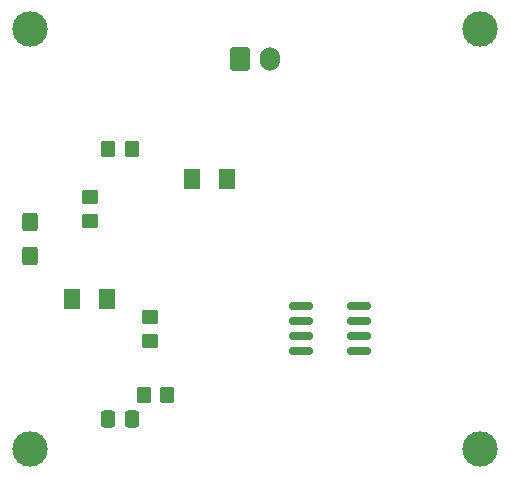
<source format=gbr>
%TF.GenerationSoftware,KiCad,Pcbnew,7.0.8*%
%TF.CreationDate,2023-10-19T22:14:58-07:00*%
%TF.ProjectId,Lab 2,4c616220-322e-46b6-9963-61645f706362,rev?*%
%TF.SameCoordinates,Original*%
%TF.FileFunction,Soldermask,Top*%
%TF.FilePolarity,Negative*%
%FSLAX46Y46*%
G04 Gerber Fmt 4.6, Leading zero omitted, Abs format (unit mm)*
G04 Created by KiCad (PCBNEW 7.0.8) date 2023-10-19 22:14:58*
%MOMM*%
%LPD*%
G01*
G04 APERTURE LIST*
G04 Aperture macros list*
%AMRoundRect*
0 Rectangle with rounded corners*
0 $1 Rounding radius*
0 $2 $3 $4 $5 $6 $7 $8 $9 X,Y pos of 4 corners*
0 Add a 4 corners polygon primitive as box body*
4,1,4,$2,$3,$4,$5,$6,$7,$8,$9,$2,$3,0*
0 Add four circle primitives for the rounded corners*
1,1,$1+$1,$2,$3*
1,1,$1+$1,$4,$5*
1,1,$1+$1,$6,$7*
1,1,$1+$1,$8,$9*
0 Add four rect primitives between the rounded corners*
20,1,$1+$1,$2,$3,$4,$5,0*
20,1,$1+$1,$4,$5,$6,$7,0*
20,1,$1+$1,$6,$7,$8,$9,0*
20,1,$1+$1,$8,$9,$2,$3,0*%
G04 Aperture macros list end*
%ADD10RoundRect,0.250000X0.350000X0.450000X-0.350000X0.450000X-0.350000X-0.450000X0.350000X-0.450000X0*%
%ADD11RoundRect,0.250000X0.337500X0.475000X-0.337500X0.475000X-0.337500X-0.475000X0.337500X-0.475000X0*%
%ADD12C,3.000000*%
%ADD13RoundRect,0.250000X-0.450000X0.350000X-0.450000X-0.350000X0.450000X-0.350000X0.450000X0.350000X0*%
%ADD14RoundRect,0.250001X-0.462499X-0.624999X0.462499X-0.624999X0.462499X0.624999X-0.462499X0.624999X0*%
%ADD15RoundRect,0.250000X-0.425000X0.537500X-0.425000X-0.537500X0.425000X-0.537500X0.425000X0.537500X0*%
%ADD16RoundRect,0.150000X-0.825000X-0.150000X0.825000X-0.150000X0.825000X0.150000X-0.825000X0.150000X0*%
%ADD17RoundRect,0.250000X-0.600000X-0.750000X0.600000X-0.750000X0.600000X0.750000X-0.600000X0.750000X0*%
%ADD18O,1.700000X2.000000*%
G04 APERTURE END LIST*
D10*
%TO.C,R4*%
X87847500Y-102112500D03*
X85847500Y-102112500D03*
%TD*%
D11*
%TO.C,C2*%
X84857500Y-104140000D03*
X82782500Y-104140000D03*
%TD*%
D12*
%TO.C,REF\u002A\u002A*%
X76200000Y-106680000D03*
%TD*%
D13*
%TO.C,R2*%
X81280000Y-85360000D03*
X81280000Y-87360000D03*
%TD*%
D10*
%TO.C,R1*%
X84820000Y-81280000D03*
X82820000Y-81280000D03*
%TD*%
D12*
%TO.C,REF\u002A\u002A*%
X114300000Y-106680000D03*
%TD*%
D14*
%TO.C,D1*%
X89952500Y-83820000D03*
X92927500Y-83820000D03*
%TD*%
D12*
%TO.C,REF\u002A\u002A*%
X76200000Y-71120000D03*
%TD*%
D14*
%TO.C,D2*%
X79792500Y-93980000D03*
X82767500Y-93980000D03*
%TD*%
D15*
%TO.C,C1*%
X76200000Y-87462500D03*
X76200000Y-90337500D03*
%TD*%
D16*
%TO.C,U1*%
X99125000Y-94615000D03*
X99125000Y-95885000D03*
X99125000Y-97155000D03*
X99125000Y-98425000D03*
X104075000Y-98425000D03*
X104075000Y-97155000D03*
X104075000Y-95885000D03*
X104075000Y-94615000D03*
%TD*%
D12*
%TO.C,REF\u002A\u002A*%
X114300000Y-71120000D03*
%TD*%
D13*
%TO.C,R3*%
X86360000Y-95520000D03*
X86360000Y-97520000D03*
%TD*%
D17*
%TO.C,J1*%
X94020000Y-73660000D03*
D18*
X96520000Y-73660000D03*
%TD*%
M02*

</source>
